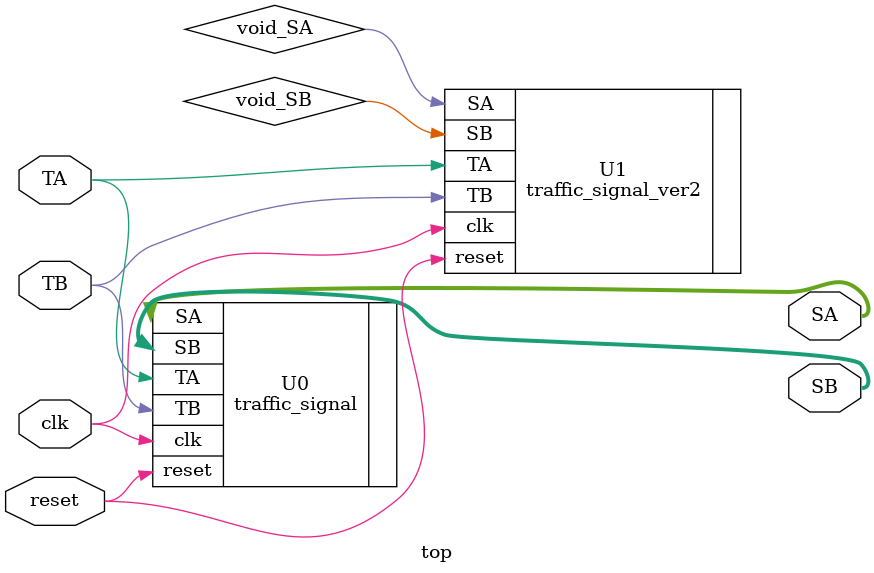
<source format=v>
`timescale 1ns / 1ps


module top(input TA, TB, clk, reset,
    output [1:0] SA, SB
    );
    
    traffic_signal U0(.TA(TA), .TB(TB), .clk(clk), .reset(reset), .SA(SA), .SB(SB));
    
    wire void_SA, void_SB;
    traffic_signal_ver2 U1(.TA(TA), .TB(TB), .clk(clk), .reset(reset), .SA(void_SA), .SB(void_SB));
    
endmodule

</source>
